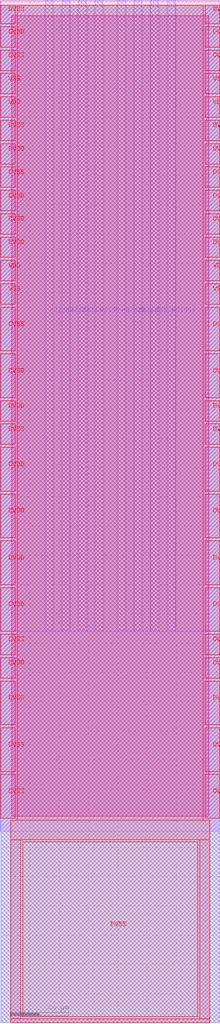
<source format=lef>
VERSION 5.7 ;
  NOWIREEXTENSIONATPIN ON ;
  DIVIDERCHAR "/" ;
  BUSBITCHARS "[]" ;
MACRO gf180mcu_ocd_io__asig_5p0
  CLASS PAD INOUT ;
  FOREIGN gf180mcu_ocd_io__asig_5p0 ;
  ORIGIN 0.000 0.000 ;
  SIZE 75.000 BY 350.000 ;
  SYMMETRY X Y R90 ;
  SITE GF_IO_Site ;
  PIN ASIG5V
    DIRECTION INOUT ;
    USE SIGNAL ;
    ANTENNADIFFAREA 1200.000000 ;
    PORT
      LAYER Metal2 ;
        RECT 15.340 134.370 17.880 350.000 ;
    END
    PORT
      LAYER Metal2 ;
        RECT 21.020 134.370 23.560 350.000 ;
    END
    PORT
      LAYER Metal2 ;
        RECT 26.700 134.370 29.240 350.000 ;
    END
    PORT
      LAYER Metal2 ;
        RECT 32.380 134.370 34.920 350.000 ;
    END
    PORT
      LAYER Metal2 ;
        RECT 40.080 134.370 42.620 350.000 ;
    END
    PORT
      LAYER Metal2 ;
        RECT 45.760 134.370 48.300 350.000 ;
    END
    PORT
      LAYER Metal2 ;
        RECT 51.440 134.370 53.980 350.000 ;
    END
    PORT
      LAYER Metal2 ;
        RECT 57.120 134.370 59.660 350.000 ;
    END
  END ASIG5V
  PIN DVDD
    DIRECTION INOUT ;
    USE POWER ;
    PORT
      LAYER Metal5 ;
        RECT 0.000 334.000 5.000 341.000 ;
    END
    PORT
      LAYER Metal5 ;
        RECT 0.000 294.000 5.000 301.000 ;
    END
    PORT
      LAYER Metal5 ;
        RECT 0.000 278.000 5.000 285.000 ;
    END
    PORT
      LAYER Metal5 ;
        RECT 0.000 270.000 5.000 277.000 ;
    END
    PORT
      LAYER Metal5 ;
        RECT 0.000 262.000 5.000 269.000 ;
    END
    PORT
      LAYER Metal5 ;
        RECT 0.000 214.000 5.000 229.000 ;
    END
    PORT
      LAYER Metal5 ;
        RECT 0.000 206.000 5.000 213.000 ;
    END
    PORT
      LAYER Metal5 ;
        RECT 0.000 182.000 5.000 197.000 ;
    END
    PORT
      LAYER Metal5 ;
        RECT 0.000 166.000 5.000 181.000 ;
    END
    PORT
      LAYER Metal5 ;
        RECT 0.000 150.000 5.000 165.000 ;
    END
    PORT
      LAYER Metal5 ;
        RECT 0.000 134.000 5.000 149.000 ;
    END
    PORT
      LAYER Metal5 ;
        RECT 0.000 118.000 5.000 125.000 ;
    END
    PORT
      LAYER Metal5 ;
        RECT 70.000 334.000 75.000 341.000 ;
    END
    PORT
      LAYER Metal5 ;
        RECT 70.000 294.000 75.000 301.000 ;
    END
    PORT
      LAYER Metal5 ;
        RECT 70.000 278.000 75.000 285.000 ;
    END
    PORT
      LAYER Metal5 ;
        RECT 70.000 270.000 75.000 277.000 ;
    END
    PORT
      LAYER Metal5 ;
        RECT 70.000 262.000 75.000 269.000 ;
    END
    PORT
      LAYER Metal5 ;
        RECT 70.000 214.000 75.000 229.000 ;
    END
    PORT
      LAYER Metal5 ;
        RECT 70.000 206.000 75.000 213.000 ;
    END
    PORT
      LAYER Metal5 ;
        RECT 70.000 182.000 75.000 197.000 ;
    END
    PORT
      LAYER Metal5 ;
        RECT 70.000 166.000 75.000 181.000 ;
    END
    PORT
      LAYER Metal5 ;
        RECT 70.000 150.000 75.000 165.000 ;
    END
    PORT
      LAYER Metal5 ;
        RECT 70.000 134.000 75.000 149.000 ;
    END
    PORT
      LAYER Metal5 ;
        RECT 70.000 118.000 75.000 125.000 ;
    END
  END DVDD
  PIN DVSS
    DIRECTION INOUT ;
    USE GROUND ;
    PORT
      LAYER Metal5 ;
        RECT 7.500 2.000 67.500 62.000 ;
    END
    PORT
      LAYER Metal5 ;
        RECT 0.000 86.000 5.000 101.000 ;
    END
    PORT
      LAYER Metal5 ;
        RECT 0.000 326.000 5.000 333.000 ;
    END
    PORT
      LAYER Metal5 ;
        RECT 0.000 342.000 5.000 348.390 ;
    END
    PORT
      LAYER Metal5 ;
        RECT 0.000 230.000 5.000 245.000 ;
    END
    PORT
      LAYER Metal5 ;
        RECT 0.000 286.000 5.000 293.000 ;
    END
    PORT
      LAYER Metal5 ;
        RECT 0.000 302.000 5.000 309.000 ;
    END
    PORT
      LAYER Metal5 ;
        RECT 0.000 198.000 5.000 205.000 ;
    END
    PORT
      LAYER Metal5 ;
        RECT 0.000 102.000 5.000 117.000 ;
    END
    PORT
      LAYER Metal5 ;
        RECT 0.000 126.000 5.000 133.000 ;
    END
    PORT
      LAYER Metal5 ;
        RECT 0.000 70.000 5.000 85.000 ;
    END
    PORT
      LAYER Metal5 ;
        RECT 70.000 86.000 75.000 101.000 ;
    END
    PORT
      LAYER Metal5 ;
        RECT 70.000 326.000 75.000 333.000 ;
    END
    PORT
      LAYER Metal5 ;
        RECT 70.000 342.000 75.000 348.390 ;
    END
    PORT
      LAYER Metal5 ;
        RECT 70.000 230.000 75.000 245.000 ;
    END
    PORT
      LAYER Metal5 ;
        RECT 70.000 286.000 75.000 293.000 ;
    END
    PORT
      LAYER Metal5 ;
        RECT 70.000 302.000 75.000 309.000 ;
    END
    PORT
      LAYER Metal5 ;
        RECT 70.000 198.000 75.000 205.000 ;
    END
    PORT
      LAYER Metal5 ;
        RECT 70.000 102.000 75.000 117.000 ;
    END
    PORT
      LAYER Metal5 ;
        RECT 70.000 126.000 75.000 133.000 ;
    END
    PORT
      LAYER Metal5 ;
        RECT 70.000 70.000 75.000 85.000 ;
    END
  END DVSS
  PIN VDD
    DIRECTION INOUT ;
    USE POWER ;
    PORT
      LAYER Metal5 ;
        RECT 0.000 310.000 5.000 317.000 ;
    END
    PORT
      LAYER Metal5 ;
        RECT 0.000 254.000 5.000 261.000 ;
    END
    PORT
      LAYER Metal5 ;
        RECT 70.000 310.000 75.000 317.000 ;
    END
    PORT
      LAYER Metal5 ;
        RECT 70.000 254.000 75.000 261.000 ;
    END
  END VDD
  PIN VSS
    DIRECTION INOUT ;
    USE GROUND ;
    PORT
      LAYER Metal5 ;
        RECT 0.000 318.000 5.000 325.000 ;
    END
    PORT
      LAYER Metal5 ;
        RECT 0.000 246.000 5.000 253.000 ;
    END
    PORT
      LAYER Metal5 ;
        RECT 70.000 318.000 75.000 325.000 ;
    END
    PORT
      LAYER Metal5 ;
        RECT 70.000 246.000 75.000 253.000 ;
    END
  END VSS
  OBS
      LAYER Nwell ;
        RECT 3.790 70.755 71.210 344.755 ;
      LAYER Metal1 ;
        RECT -0.160 65.540 75.160 349.785 ;
      LAYER Metal2 ;
        RECT 0.000 134.070 15.040 348.390 ;
        RECT 18.180 134.070 20.720 348.390 ;
        RECT 23.860 134.070 26.400 348.390 ;
        RECT 29.540 134.070 32.080 348.390 ;
        RECT 35.220 134.070 39.780 348.390 ;
        RECT 42.920 134.070 45.460 348.390 ;
        RECT 48.600 134.070 51.140 348.390 ;
        RECT 54.280 134.070 56.820 348.390 ;
        RECT 59.960 134.070 75.000 348.390 ;
        RECT 0.000 0.000 75.000 134.070 ;
      LAYER Metal3 ;
        RECT 0.000 0.000 75.000 348.390 ;
      LAYER Metal4 ;
        RECT 0.000 0.000 75.000 348.390 ;
      LAYER Metal5 ;
        RECT 5.600 69.400 69.400 348.390 ;
        RECT 3.500 62.600 71.500 69.400 ;
        RECT 3.500 1.400 6.900 62.600 ;
        RECT 68.100 1.400 71.500 62.600 ;
        RECT 3.500 0.000 71.500 1.400 ;
  END
END gf180mcu_ocd_io__asig_5p0
END LIBRARY


</source>
